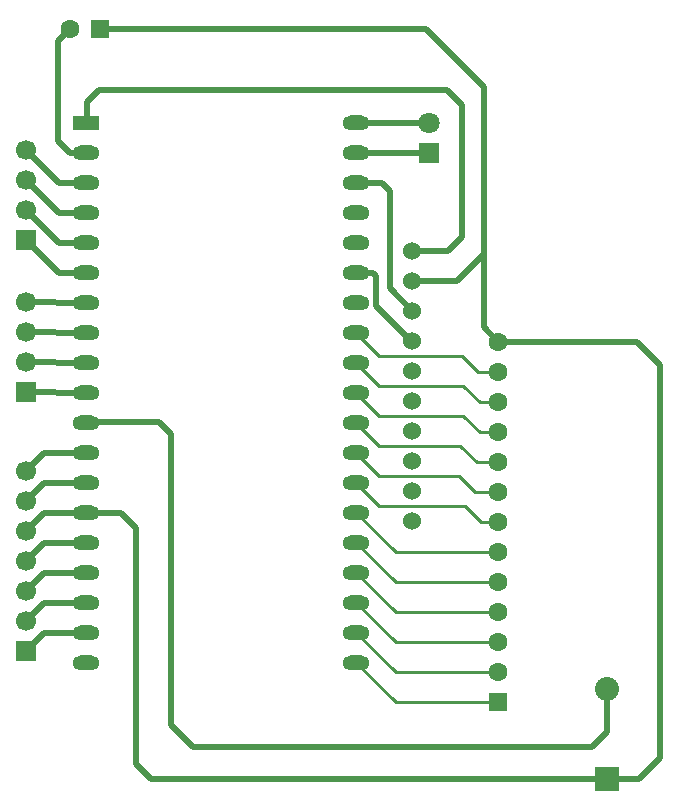
<source format=gbl>
G04 Layer: BottomLayer*
G04 EasyEDA v6.5.23, 2023-06-06 20:47:31*
G04 e563b856323e489fb497cbcb29ae2dd2,10*
G04 Gerber Generator version 0.2*
G04 Scale: 100 percent, Rotated: No, Reflected: No *
G04 Dimensions in millimeters *
G04 leading zeros omitted , absolute positions ,4 integer and 5 decimal *
%FSLAX45Y45*%
%MOMM*%

%ADD10C,0.2200*%
%ADD11C,0.5000*%
%ADD12C,1.5240*%
%ADD13R,2.0320X2.0320*%
%ADD14C,2.0320*%
%ADD15R,2.2860X1.2700*%
%ADD16O,2.286X1.27*%
%ADD17C,1.6000*%
%ADD18R,1.6000X1.6000*%
%ADD19R,1.7000X1.7000*%
%ADD20C,1.7000*%
%ADD21R,1.8000X1.8000*%
%ADD22C,1.8000*%

%LPD*%
D10*
X3042996Y4030992D02*
G01*
X3238588Y3835400D01*
X3937000Y3835400D01*
X4076700Y3695700D01*
X4241800Y3695700D01*
X3042996Y3776992D02*
G01*
X3238588Y3581400D01*
X3949700Y3581400D01*
X4089400Y3441700D01*
X4241800Y3441700D01*
X3042996Y3522992D02*
G01*
X3238588Y3327400D01*
X3949700Y3327400D01*
X4089400Y3187700D01*
X4241800Y3187700D01*
X3042996Y3268992D02*
G01*
X3238588Y3073400D01*
X3924300Y3073400D01*
X4064000Y2933700D01*
X4241800Y2933700D01*
X3042996Y3014992D02*
G01*
X3238588Y2819400D01*
X3911600Y2819400D01*
X4051300Y2679700D01*
X4241800Y2679700D01*
X3042996Y2760992D02*
G01*
X3238588Y2565400D01*
X3962400Y2565400D01*
X4102100Y2425700D01*
X4241800Y2425700D01*
X3042996Y2506992D02*
G01*
X3378288Y2171700D01*
X4241800Y2171700D01*
X3042996Y2252992D02*
G01*
X3378288Y1917700D01*
X4241800Y1917700D01*
X3042996Y1998992D02*
G01*
X3378288Y1663700D01*
X4241800Y1663700D01*
X3042996Y1744992D02*
G01*
X3378288Y1409700D01*
X4241800Y1409700D01*
X3042996Y1490992D02*
G01*
X3378288Y1155700D01*
X4241800Y1155700D01*
X3042996Y1236992D02*
G01*
X3378288Y901700D01*
X4241800Y901700D01*
D11*
X4241800Y3949700D02*
G01*
X5422900Y3949700D01*
X5613400Y3759200D01*
X5613400Y431800D01*
X5435600Y254000D01*
X5168900Y254000D01*
X756920Y3276600D02*
G01*
X1371600Y3276600D01*
X1473200Y3175000D01*
X1473200Y711200D01*
X1663700Y520700D01*
X5041900Y520700D01*
X5168900Y647700D01*
X5168900Y1014984D01*
X249999Y5580989D02*
G01*
X529996Y5300992D01*
X756996Y5300992D01*
X249999Y4818989D02*
G01*
X529996Y4538992D01*
X756996Y4538992D01*
X249999Y5072989D02*
G01*
X529996Y4792992D01*
X756996Y4792992D01*
X249999Y5326989D02*
G01*
X529996Y5046992D01*
X756996Y5046992D01*
X624331Y6604000D02*
G01*
X520700Y6500368D01*
X520700Y5651500D01*
X617220Y5554979D01*
X756920Y5554979D01*
X4241800Y3949700D02*
G01*
X4127500Y4076700D01*
X4127500Y4699000D01*
X756920Y2506979D02*
G01*
X762000Y2501900D01*
X1054100Y2501900D01*
X1181100Y2374900D01*
X1181100Y381000D01*
X1308100Y254000D01*
X5168900Y254000D01*
X249999Y1337995D02*
G01*
X402996Y1490992D01*
X756996Y1490992D01*
X249999Y1591995D02*
G01*
X402996Y1744992D01*
X756996Y1744992D01*
X249999Y1845995D02*
G01*
X402996Y1998992D01*
X756996Y1998992D01*
X249999Y2099995D02*
G01*
X402996Y2252992D01*
X756996Y2252992D01*
X249999Y2353995D02*
G01*
X402996Y2506992D01*
X756996Y2506992D01*
X249999Y2607995D02*
G01*
X402996Y2760992D01*
X756996Y2760992D01*
X249999Y2861995D02*
G01*
X402996Y3014992D01*
X756996Y3014992D01*
X249936Y3523995D02*
G01*
X756920Y3522979D01*
X249936Y3777995D02*
G01*
X756920Y3776979D01*
X249936Y4031995D02*
G01*
X756920Y4030979D01*
X249936Y4285995D02*
G01*
X756920Y4284979D01*
X756920Y5808979D02*
G01*
X762000Y5814060D01*
X762000Y5981700D01*
X863600Y6083300D01*
X3810000Y6083300D01*
X3937000Y5956300D01*
X3937000Y4838700D01*
X3823208Y4724907D01*
X3519931Y4724907D01*
X3042996Y4538992D02*
G01*
X3048088Y4533900D01*
X3187700Y4533900D01*
X3213100Y4508500D01*
X3213100Y4254500D01*
X3504618Y3962981D01*
X3519980Y3962981D01*
X3042996Y5300992D02*
G01*
X3048088Y5295900D01*
X3263900Y5295900D01*
X3327400Y5232400D01*
X3327400Y4409561D01*
X3519980Y4216981D01*
X3042920Y5554979D02*
G01*
X3657600Y5552947D01*
X3042920Y5808979D02*
G01*
X3657600Y5806947D01*
X874293Y6604000D02*
G01*
X3632200Y6604000D01*
X4127500Y6108700D01*
X4127500Y4699000D01*
X3899481Y4470981D01*
X3519980Y4470981D01*
D12*
G01*
X3519980Y2438981D03*
G01*
X3519980Y4724981D03*
G01*
X3519980Y4470981D03*
G01*
X3519980Y4216981D03*
G01*
X3519980Y3962981D03*
G01*
X3519980Y3708981D03*
G01*
X3519980Y3454981D03*
G01*
X3519980Y3200981D03*
G01*
X3519980Y2946981D03*
G01*
X3519980Y2692981D03*
D13*
G01*
X5168900Y254000D03*
D14*
G01*
X5168900Y1015009D03*
D15*
G01*
X756996Y5808992D03*
D16*
G01*
X756996Y5554992D03*
G01*
X756996Y5300992D03*
G01*
X756996Y5046992D03*
G01*
X756996Y4792992D03*
G01*
X756996Y4538992D03*
G01*
X756996Y4284992D03*
G01*
X756996Y4030992D03*
G01*
X756996Y3776992D03*
G01*
X756996Y3522992D03*
G01*
X756996Y3268992D03*
G01*
X756996Y3014992D03*
G01*
X756996Y2760992D03*
G01*
X756996Y2506992D03*
G01*
X756996Y2252992D03*
G01*
X756996Y1998992D03*
G01*
X756996Y1744992D03*
G01*
X756996Y1490992D03*
G01*
X756996Y1236992D03*
G01*
X3042996Y1236992D03*
G01*
X3042996Y1490992D03*
G01*
X3042996Y1744992D03*
G01*
X3042996Y1998992D03*
G01*
X3042996Y2252992D03*
G01*
X3042996Y2506992D03*
G01*
X3042996Y2760992D03*
G01*
X3042996Y3014992D03*
G01*
X3042996Y3268992D03*
G01*
X3042996Y3522992D03*
G01*
X3042996Y3776992D03*
G01*
X3042996Y4030992D03*
G01*
X3042996Y4284992D03*
G01*
X3042996Y4538992D03*
G01*
X3042996Y4792992D03*
G01*
X3042996Y5046992D03*
G01*
X3042996Y5300992D03*
G01*
X3042996Y5554992D03*
G01*
X3042996Y5808992D03*
D17*
G01*
X624306Y6604000D03*
D18*
G01*
X874293Y6604000D03*
D19*
G01*
X249999Y3523990D03*
D20*
G01*
X249999Y3777990D03*
G01*
X249999Y4031990D03*
G01*
X249999Y4285990D03*
D18*
G01*
X4241800Y901700D03*
D17*
G01*
X4241800Y1155700D03*
G01*
X4241800Y1409700D03*
G01*
X4241800Y1663700D03*
G01*
X4241800Y1917700D03*
G01*
X4241800Y2171700D03*
G01*
X4241800Y2425700D03*
G01*
X4241800Y2679700D03*
G01*
X4241800Y2933700D03*
G01*
X4241800Y3187700D03*
G01*
X4241800Y3441700D03*
G01*
X4241800Y3695700D03*
G01*
X4241800Y3949700D03*
D21*
G01*
X3657600Y5552988D03*
D22*
G01*
X3657600Y5806988D03*
D19*
G01*
X249999Y1337995D03*
D20*
G01*
X249999Y1591995D03*
G01*
X249999Y1845995D03*
G01*
X249999Y2099995D03*
G01*
X249999Y2353995D03*
G01*
X249999Y2607995D03*
G01*
X249999Y2861995D03*
D19*
G01*
X249999Y4818989D03*
D20*
G01*
X249999Y5072989D03*
G01*
X249999Y5326989D03*
G01*
X249999Y5580989D03*
M02*

</source>
